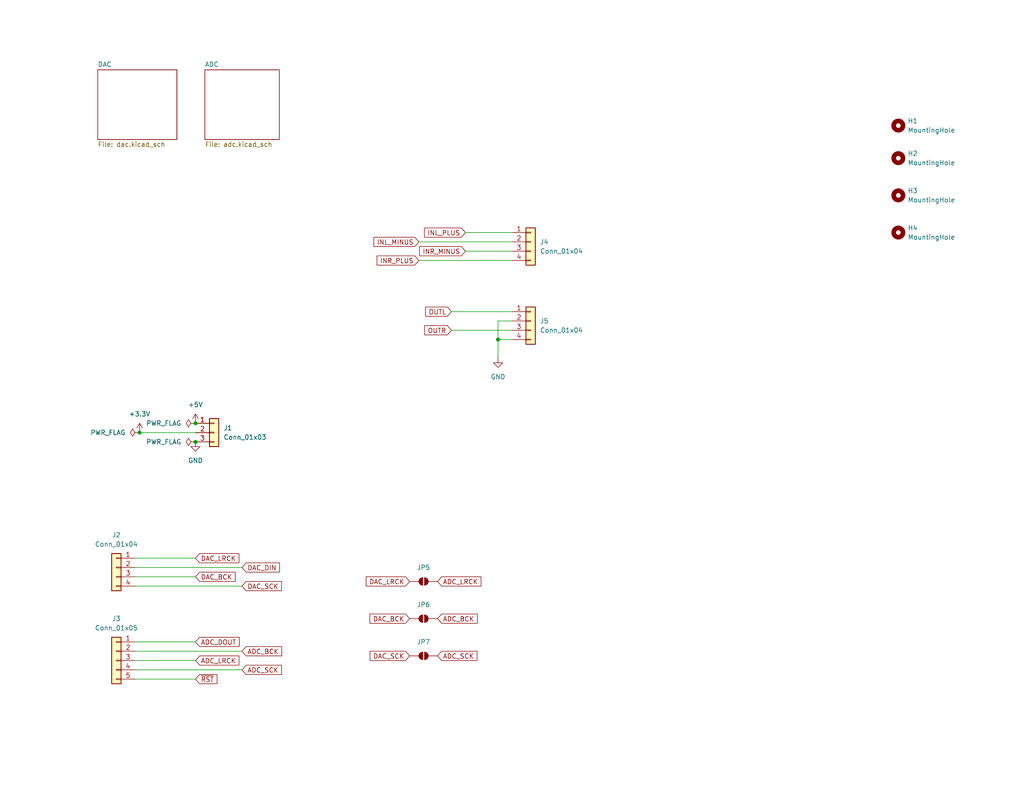
<source format=kicad_sch>
(kicad_sch (version 20231120) (generator "eeschema") (generator_version "8.0")
  (paper "USLetter")
  (title_block (title "Digital Audio Breakout Board") (date "2025-01-26") (rev "1") (company "Bruce MacKinnon KC1FSZ") (comment 1 "Copyright (C) 2025") (comment 2 "For amateur radio/non-commercial use only"))
  (lib_symbols
    (symbol "Connector_Generic:Conn_01x03" (pin_names (offset 1.016) hide)
      (property "Reference" "J" (at 0 5.08 0))
      (property "Value" "Conn_01x03" (at 0 -5.08 0))
      (symbol "Conn_01x03_1_1"
        (rectangle (start -1.27 -2.413) (end 0 -2.667) (stroke (width 0.1524)))
        (rectangle (start -1.27 0.127) (end 0 -0.127) (stroke (width 0.1524)))
        (rectangle (start -1.27 2.667) (end 0 2.413) (stroke (width 0.1524)))
        (rectangle (start -1.27 3.81) (end 1.27 -3.81) (stroke (width 0.254)) (fill (type background)))
        (pin passive line (at -5.08 2.54 0) (length 3.81) (name "Pin_1") (number "1"))
        (pin passive line (at -5.08 0 0) (length 3.81) (name "Pin_2") (number "2"))
        (pin passive line (at -5.08 -2.54 0) (length 3.81) (name "Pin_3") (number "3"))
      )
    )
    (symbol "Connector_Generic:Conn_01x04" (pin_names (offset 1.016) hide)
      (property "Reference" "J" (at 0 5.08 0))
      (property "Value" "Conn_01x04" (at 0 -7.62 0))
      (symbol "Conn_01x04_1_1"
        (rectangle (start -1.27 -4.953) (end 0 -5.207) (stroke (width 0.1524)))
        (rectangle (start -1.27 -2.413) (end 0 -2.667) (stroke (width 0.1524)))
        (rectangle (start -1.27 0.127) (end 0 -0.127) (stroke (width 0.1524)))
        (rectangle (start -1.27 2.667) (end 0 2.413) (stroke (width 0.1524)))
        (rectangle (start -1.27 3.81) (end 1.27 -6.35) (stroke (width 0.254)) (fill (type background)))
        (pin passive line (at -5.08 2.54 0) (length 3.81) (name "Pin_1") (number "1"))
        (pin passive line (at -5.08 0 0) (length 3.81) (name "Pin_2") (number "2"))
        (pin passive line (at -5.08 -2.54 0) (length 3.81) (name "Pin_3") (number "3"))
        (pin passive line (at -5.08 -5.08 0) (length 3.81) (name "Pin_4") (number "4"))
      )
    )
    (symbol "Connector_Generic:Conn_01x05" (pin_names (offset 1.016) hide)
      (property "Reference" "J" (at 0 7.62 0))
      (property "Value" "Conn_01x05" (at 0 -7.62 0))
      (symbol "Conn_01x05_1_1"
        (rectangle (start -1.27 -4.953) (end 0 -5.207) (stroke (width 0.1524)))
        (rectangle (start -1.27 -2.413) (end 0 -2.667) (stroke (width 0.1524)))
        (rectangle (start -1.27 0.127) (end 0 -0.127) (stroke (width 0.1524)))
        (rectangle (start -1.27 2.667) (end 0 2.413) (stroke (width 0.1524)))
        (rectangle (start -1.27 5.207) (end 0 4.953) (stroke (width 0.1524)))
        (rectangle (start -1.27 6.35) (end 1.27 -6.35) (stroke (width 0.254)) (fill (type background)))
        (pin passive line (at -5.08 5.08 0) (length 3.81) (name "Pin_1") (number "1"))
        (pin passive line (at -5.08 2.54 0) (length 3.81) (name "Pin_2") (number "2"))
        (pin passive line (at -5.08 0 0) (length 3.81) (name "Pin_3") (number "3"))
        (pin passive line (at -5.08 -2.54 0) (length 3.81) (name "Pin_4") (number "4"))
        (pin passive line (at -5.08 -5.08 0) (length 3.81) (name "Pin_5") (number "5"))
      )
    )
    (symbol "Jumper:SolderJumper_2_Open" (pin_numbers hide) (pin_names (offset 0) hide) (exclude_from_sim yes) (in_bom no)
      (property "Reference" "JP" (at 0 2.032 0))
      (property "Value" "SolderJumper_2_Open" (at 0 -2.54 0))
      (symbol "SolderJumper_2_Open_0_1"
        (arc (start -0.254 1.016) (mid -1.2656 0) (end -0.254 -1.016))
        (arc (start -0.254 1.016) (mid -1.2656 0) (end -0.254 -1.016) (fill (type outline)))
        (polyline (pts (xy -0.254 1.016) (xy -0.254 -1.016)))
        (polyline (pts (xy 0.254 1.016) (xy 0.254 -1.016)))
        (arc (start 0.254 -1.016) (mid 1.2656 0) (end 0.254 1.016))
        (arc (start 0.254 -1.016) (mid 1.2656 0) (end 0.254 1.016) (fill (type outline)))
      )
      (symbol "SolderJumper_2_Open_1_1"
        (pin passive line (at -3.81 0 0) (length 2.54) (name "A") (number "1"))
        (pin passive line (at 3.81 0 180) (length 2.54) (name "B") (number "2"))
      )
    )
    (symbol "Mechanical:MountingHole" (pin_names (offset 1.016)) (exclude_from_sim yes) (in_bom no)
      (property "Reference" "H" (at 0 5.08 0))
      (property "Value" "MountingHole" (at 0 3.175 0))
      (symbol "MountingHole_0_1"
        (circle (center 0 0) (radius 1.27) (stroke (width 1.27)))
      )
    )
    (symbol "power:+3.3V" (power) (pin_numbers hide) (pin_names (offset 0) hide)
      (property "Value" "+3.3V" (at 0 3.556 0))
      (symbol "+3.3V_0_1"
        (polyline (pts (xy -0.762 1.27) (xy 0 2.54)))
        (polyline (pts (xy 0 0) (xy 0 2.54)))
        (polyline (pts (xy 0 2.54) (xy 0.762 1.27)))
      )
      (symbol "+3.3V_1_1"
        (pin power_in line (at 0 0 90) (length 0) (name "~") (number "1"))
      )
    )
    (symbol "power:+5V" (power) (pin_numbers hide) (pin_names (offset 0) hide)
      (property "Value" "+5V" (at 0 3.556 0))
      (symbol "+5V_0_1"
        (polyline (pts (xy -0.762 1.27) (xy 0 2.54)))
        (polyline (pts (xy 0 0) (xy 0 2.54)))
        (polyline (pts (xy 0 2.54) (xy 0.762 1.27)))
      )
      (symbol "+5V_1_1"
        (pin power_in line (at 0 0 90) (length 0) (name "~") (number "1"))
      )
    )
    (symbol "power:GND" (power) (pin_numbers hide) (pin_names (offset 0) hide)
      (property "Value" "GND" (at 0 -3.81 0))
      (symbol "GND_0_1"
        (polyline (pts (xy 0 0) (xy 0 -1.27) (xy 1.27 -1.27) (xy 0 -2.54) (xy -1.27 -1.27) (xy 0 -1.27)))
      )
      (symbol "GND_1_1"
        (pin power_in line (at 0 0 270) (length 0) (name "~") (number "1"))
      )
    )
    (symbol "power:PWR_FLAG" (power) (pin_numbers hide) (pin_names (offset 0) hide)
      (property "Value" "PWR_FLAG" (at 0 3.81 0))
      (symbol "PWR_FLAG_0_0"
        (pin power_out line (at 0 0 90) (length 0) (name "~") (number "1"))
      )
      (symbol "PWR_FLAG_0_1"
        (polyline (pts (xy 0 0) (xy 0 1.27) (xy -1.016 1.905) (xy 0 2.54) (xy 1.016 1.905) (xy 0 1.27)))
      )
    )
  )
  (junction (at 38.1 118.11))
  (junction (at 53.34 115.57))
  (junction (at 135.89 92.71))
  (junction (at 53.34 120.65))
  (wire (pts (xy 36.83 157.48) (xy 53.34 157.48)))
  (wire (pts (xy 114.3 66.04) (xy 139.7 66.04)))
  (wire (pts (xy 36.83 160.02) (xy 66.04 160.02)))
  (wire (pts (xy 135.89 92.71) (xy 135.89 97.79)))
  (wire (pts (xy 139.7 87.63) (xy 135.89 87.63)))
  (wire (pts (xy 123.19 90.17) (xy 139.7 90.17)))
  (wire (pts (xy 135.89 92.71) (xy 139.7 92.71)))
  (wire (pts (xy 36.83 154.94) (xy 66.04 154.94)))
  (wire (pts (xy 36.83 180.34) (xy 53.34 180.34)))
  (wire (pts (xy 127 68.58) (xy 139.7 68.58)))
  (wire (pts (xy 36.83 182.88) (xy 66.04 182.88)))
  (wire (pts (xy 36.83 152.4) (xy 53.34 152.4)))
  (wire (pts (xy 114.3 71.12) (xy 139.7 71.12)))
  (wire (pts (xy 36.83 177.8) (xy 66.04 177.8)))
  (wire (pts (xy 135.89 87.63) (xy 135.89 92.71)))
  (wire (pts (xy 36.83 175.26) (xy 53.34 175.26)))
  (wire (pts (xy 38.1 118.11) (xy 53.34 118.11)))
  (wire (pts (xy 36.83 185.42) (xy 53.34 185.42)))
  (wire (pts (xy 127 63.5) (xy 139.7 63.5)))
  (wire (pts (xy 123.19 85.09) (xy 139.7 85.09)))
  (global_label "ADC_LRCK" (shape input) (at 53.34 180.34 0) (property "Intersheetrefs" "${INTERSHEET_REFS}" (effects (hide yes))))
  (global_label "ADC_BCK" (shape input) (at 66.04 177.8 0) (property "Intersheetrefs" "${INTERSHEET_REFS}" (effects (hide yes))))
  (global_label "DAC_SCK" (shape input) (at 111.76 179.07 180) (property "Intersheetrefs" "${INTERSHEET_REFS}" (effects (hide yes))))
  (global_label "OUTL" (shape input) (at 123.19 85.09 180) (property "Intersheetrefs" "${INTERSHEET_REFS}" (effects (hide yes))))
  (global_label "DAC_SCK" (shape input) (at 66.04 160.02 0) (property "Intersheetrefs" "${INTERSHEET_REFS}" (effects (hide yes))))
  (global_label "DAC_DIN" (shape input) (at 66.04 154.94 0) (property "Intersheetrefs" "${INTERSHEET_REFS}" (effects (hide yes))))
  (global_label "OUTR" (shape input) (at 123.19 90.17 180) (property "Intersheetrefs" "${INTERSHEET_REFS}" (effects (hide yes))))
  (global_label "ADC_BCK" (shape input) (at 119.38 168.91 0) (property "Intersheetrefs" "${INTERSHEET_REFS}" (effects (hide yes))))
  (global_label "INR_PLUS" (shape input) (at 114.3 71.12 180) (property "Intersheetrefs" "${INTERSHEET_REFS}" (effects (hide yes))))
  (global_label "INL_MINUS" (shape input) (at 114.3 66.04 180) (property "Intersheetrefs" "${INTERSHEET_REFS}" (effects (hide yes))))
  (global_label "ADC_SCK" (shape input) (at 119.38 179.07 0) (property "Intersheetrefs" "${INTERSHEET_REFS}" (effects (hide yes))))
  (global_label "ADC_LRCK" (shape input) (at 119.38 158.75 0) (property "Intersheetrefs" "${INTERSHEET_REFS}" (effects (hide yes))))
  (global_label "INR_MINUS" (shape input) (at 127 68.58 180) (property "Intersheetrefs" "${INTERSHEET_REFS}" (effects (hide yes))))
  (global_label "DAC_LRCK" (shape input) (at 111.76 158.75 180) (property "Intersheetrefs" "${INTERSHEET_REFS}" (effects (hide yes))))
  (global_label "ADC_SCK" (shape input) (at 66.04 182.88 0) (property "Intersheetrefs" "${INTERSHEET_REFS}" (effects (hide yes))))
  (global_label "DAC_LRCK" (shape input) (at 53.34 152.4 0) (property "Intersheetrefs" "${INTERSHEET_REFS}" (effects (hide yes))))
  (global_label "~{RST}" (shape input) (at 53.34 185.42 0) (property "Intersheetrefs" "${INTERSHEET_REFS}" (effects (hide yes))))
  (global_label "DAC_BCK" (shape input) (at 53.34 157.48 0) (property "Intersheetrefs" "${INTERSHEET_REFS}" (effects (hide yes))))
  (global_label "ADC_DOUT" (shape input) (at 53.34 175.26 0) (property "Intersheetrefs" "${INTERSHEET_REFS}" (effects (hide yes))))
  (global_label "DAC_BCK" (shape input) (at 111.76 168.91 180) (property "Intersheetrefs" "${INTERSHEET_REFS}" (effects (hide yes))))
  (global_label "INL_PLUS" (shape input) (at 127 63.5 180) (property "Intersheetrefs" "${INTERSHEET_REFS}" (effects (hide yes))))
  (symbol (lib_id "Jumper:SolderJumper_2_Open") (at 115.57 158.75 0) (unit 1) (exclude_from_sim yes) (in_bom no)
    (property "Reference" "JP5" (at 115.57 154.94 0))
    (property "Value" "SolderJumper_2_Open" (effects (hide yes)))
    (property "Footprint" "Jumper:SolderJumper-2_P1.3mm_Open_Pad1.0x1.5mm" (effects (hide yes)))
    (property "Description" "Solder Jumper, 2-pole, open" (effects (hide yes)))
  )
  (symbol (lib_id "Mechanical:MountingHole") (at 245.11 43.18 0) (unit 1) (exclude_from_sim yes) (in_bom no)
    (property "Reference" "H2" (at 247.65 41.9099 0) (effects (justify left)))
    (property "Value" "MountingHole" (at 247.65 44.4499 0) (effects (justify left)))
    (property "Footprint" "MountingHole:MountingHole_3.5mm" (effects (hide yes)))
    (property "Description" "Mounting Hole without connection" (effects (hide yes)))
  )
  (symbol (lib_id "power:GND") (at 135.89 97.79 0) (unit 1)
    (property "Reference" "#PWR034" (effects (hide yes)))
    (property "Value" "GND" (at 135.89 102.87 0))
    (property "Description" "Power symbol creates a global label with name \"GND\" , ground" (effects (hide yes)))
  )
  (symbol (lib_id "Connector_Generic:Conn_01x04") (at 144.78 66.04 0) (unit 1)
    (property "Reference" "J4" (at 147.32 66.0399 0) (effects (justify left)))
    (property "Value" "Conn_01x04" (at 147.32 68.5799 0) (effects (justify left)))
    (property "Footprint" "Connector_PinHeader_2.54mm:PinHeader_1x04_P2.54mm_Vertical" (effects (hide yes)))
    (property "Description" "Generic connector, single row, 01x04, script generated (kicad-library-utils/schlib/autogen/connector/)" (effects (hide yes)))
  )
  (symbol (lib_id "power:+3.3V") (at 38.1 118.11 0) (unit 1)
    (property "Reference" "#PWR02" (effects (hide yes)))
    (property "Value" "+3.3V" (at 38.1 113.03 0))
    (property "Description" "Power symbol creates a global label with name \"+3.3V\"" (effects (hide yes)))
  )
  (symbol (lib_id "Mechanical:MountingHole") (at 245.11 53.34 0) (unit 1) (exclude_from_sim yes) (in_bom no)
    (property "Reference" "H3" (at 247.65 52.0699 0) (effects (justify left)))
    (property "Value" "MountingHole" (at 247.65 54.6099 0) (effects (justify left)))
    (property "Footprint" "MountingHole:MountingHole_3.5mm" (effects (hide yes)))
    (property "Description" "Mounting Hole without connection" (effects (hide yes)))
  )
  (symbol (lib_id "Connector_Generic:Conn_01x05") (at 31.75 180.34 0) (mirror y) (unit 1)
    (property "Reference" "J3" (at 31.75 168.91 0))
    (property "Value" "Conn_01x05" (at 31.75 171.45 0))
    (property "Footprint" "Connector_PinSocket_2.54mm:PinSocket_1x05_P2.54mm_Vertical" (effects (hide yes)))
    (property "Description" "Generic connector, single row, 01x05, script generated (kicad-library-utils/schlib/autogen/connector/)" (effects (hide yes)))
  )
  (symbol (lib_id "Mechanical:MountingHole") (at 245.11 63.5 0) (unit 1) (exclude_from_sim yes) (in_bom no)
    (property "Reference" "H4" (at 247.65 62.2299 0) (effects (justify left)))
    (property "Value" "MountingHole" (at 247.65 64.7699 0) (effects (justify left)))
    (property "Footprint" "MountingHole:MountingHole_3.5mm" (effects (hide yes)))
    (property "Description" "Mounting Hole without connection" (effects (hide yes)))
  )
  (symbol (lib_id "Mechanical:MountingHole") (at 245.11 34.29 0) (unit 1) (exclude_from_sim yes) (in_bom no)
    (property "Reference" "H1" (at 247.65 33.0199 0) (effects (justify left)))
    (property "Value" "MountingHole" (at 247.65 35.5599 0) (effects (justify left)))
    (property "Footprint" "MountingHole:MountingHole_3.5mm" (effects (hide yes)))
    (property "Description" "Mounting Hole without connection" (effects (hide yes)))
  )
  (symbol (lib_id "Connector_Generic:Conn_01x04") (at 144.78 87.63 0) (unit 1)
    (property "Reference" "J5" (at 147.32 87.6299 0) (effects (justify left)))
    (property "Value" "Conn_01x04" (at 147.32 90.1699 0) (effects (justify left)))
    (property "Footprint" "Connector_PinHeader_2.54mm:PinHeader_1x04_P2.54mm_Vertical" (effects (hide yes)))
    (property "Description" "Generic connector, single row, 01x04, script generated (kicad-library-utils/schlib/autogen/connector/)" (effects (hide yes)))
  )
  (symbol (lib_id "power:GND") (at 53.34 120.65 0) (unit 1)
    (property "Reference" "#PWR01" (effects (hide yes)))
    (property "Value" "GND" (at 53.34 125.73 0))
    (property "Description" "Power symbol creates a global label with name \"GND\" , ground" (effects (hide yes)))
  )
  (symbol (lib_id "power:+5V") (at 53.34 115.57 0) (unit 1)
    (property "Reference" "#PWR024" (effects (hide yes)))
    (property "Value" "+5V" (at 53.34 110.49 0))
    (property "Description" "Power symbol creates a global label with name \"+5V\"" (effects (hide yes)))
  )
  (symbol (lib_id "power:PWR_FLAG") (at 38.1 118.11 90) (unit 1)
    (property "Reference" "#FLG01" (effects (hide yes)))
    (property "Value" "PWR_FLAG" (at 34.29 118.1099 90) (effects (justify left)))
    (property "Description" "Special symbol for telling ERC where power comes from" (effects (hide yes)))
  )
  (symbol (lib_id "power:PWR_FLAG") (at 53.34 115.57 90) (unit 1)
    (property "Reference" "#FLG03" (effects (hide yes)))
    (property "Value" "PWR_FLAG" (at 49.53 115.5699 90) (effects (justify left)))
    (property "Description" "Special symbol for telling ERC where power comes from" (effects (hide yes)))
  )
  (symbol (lib_id "power:PWR_FLAG") (at 53.34 120.65 90) (unit 1)
    (property "Reference" "#FLG02" (effects (hide yes)))
    (property "Value" "PWR_FLAG" (at 49.53 120.6499 90) (effects (justify left)))
    (property "Description" "Special symbol for telling ERC where power comes from" (effects (hide yes)))
  )
  (symbol (lib_id "Jumper:SolderJumper_2_Open") (at 115.57 168.91 0) (unit 1) (exclude_from_sim yes) (in_bom no)
    (property "Reference" "JP6" (at 115.57 165.1 0))
    (property "Value" "SolderJumper_2_Open" (effects (hide yes)))
    (property "Footprint" "Jumper:SolderJumper-2_P1.3mm_Open_Pad1.0x1.5mm" (effects (hide yes)))
    (property "Description" "Solder Jumper, 2-pole, open" (effects (hide yes)))
  )
  (symbol (lib_id "Jumper:SolderJumper_2_Open") (at 115.57 179.07 0) (unit 1) (exclude_from_sim yes) (in_bom no)
    (property "Reference" "JP7" (at 115.57 175.26 0))
    (property "Value" "SolderJumper_2_Open" (effects (hide yes)))
    (property "Footprint" "Jumper:SolderJumper-2_P1.3mm_Open_Pad1.0x1.5mm" (effects (hide yes)))
    (property "Description" "Solder Jumper, 2-pole, open" (effects (hide yes)))
  )
  (symbol (lib_id "Connector_Generic:Conn_01x04") (at 31.75 154.94 0) (mirror y) (unit 1)
    (property "Reference" "J2" (at 31.75 146.05 0))
    (property "Value" "Conn_01x04" (at 31.75 148.59 0))
    (property "Footprint" "Connector_PinSocket_2.54mm:PinSocket_1x04_P2.54mm_Vertical" (effects (hide yes)))
    (property "Description" "Generic connector, single row, 01x04, script generated (kicad-library-utils/schlib/autogen/connector/)" (effects (hide yes)))
  )
  (symbol (lib_id "Connector_Generic:Conn_01x03") (at 58.42 118.11 0) (unit 1)
    (property "Reference" "J1" (at 60.96 116.8399 0) (effects (justify left)))
    (property "Value" "Conn_01x03" (at 60.96 119.3799 0) (effects (justify left)))
    (property "Footprint" "Connector_PinSocket_2.54mm:PinSocket_1x03_P2.54mm_Vertical" (effects (hide yes)))
    (property "Description" "Generic connector, single row, 01x03, script generated (kicad-library-utils/schlib/autogen/connector/)" (effects (hide yes)))
  )
  (sheet (at 55.88 19.05) (size 20.32 19.05) (stroke (width 0.1524))
    (property "Sheetname" "ADC" (at 55.88 18.3384 0) (effects (justify left bottom)))
    (property "Sheetfile" "adc.kicad_sch" (at 55.88 38.6846 0) (effects (justify left top)))
  )
  (sheet (at 26.67 19.05) (size 21.59 19.05) (stroke (width 0.1524))
    (property "Sheetname" "DAC" (at 26.67 18.3384 0) (effects (justify left bottom)))
    (property "Sheetfile" "dac.kicad_sch" (at 26.67 38.6846 0) (effects (justify left top)))
  )
)
</source>
